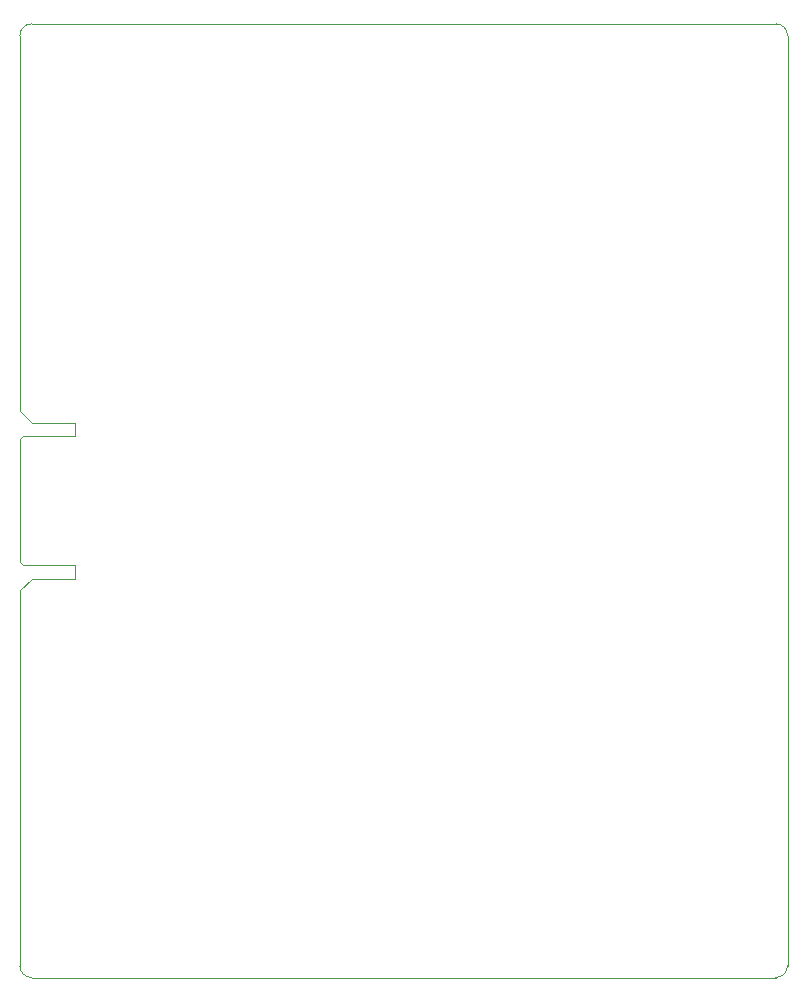
<source format=gm1>
G04 #@! TF.GenerationSoftware,KiCad,Pcbnew,7.0.10*
G04 #@! TF.CreationDate,2024-12-23T22:27:09-08:00*
G04 #@! TF.ProjectId,accessory_v2,61636365-7373-46f7-9279-5f76322e6b69,rev?*
G04 #@! TF.SameCoordinates,Original*
G04 #@! TF.FileFunction,Profile,NP*
%FSLAX46Y46*%
G04 Gerber Fmt 4.6, Leading zero omitted, Abs format (unit mm)*
G04 Created by KiCad (PCBNEW 7.0.10) date 2024-12-23 22:27:09*
%MOMM*%
%LPD*%
G01*
G04 APERTURE LIST*
G04 #@! TA.AperFunction,Profile*
%ADD10C,0.100000*%
G04 #@! TD*
G04 #@! TA.AperFunction,Profile*
%ADD11C,0.010000*%
G04 #@! TD*
G04 APERTURE END LIST*
D10*
X1000000Y0D02*
G75*
G03*
X0Y-1000000I0J-1000000D01*
G01*
X0Y-79750000D02*
G75*
G03*
X1000000Y-80750000I1000000J0D01*
G01*
X64000000Y-80750000D02*
G75*
G03*
X65000000Y-79750000I0J1000000D01*
G01*
X64000000Y-80750000D02*
X1000000Y-80750000D01*
X65000000Y-1000000D02*
G75*
G03*
X64000000Y0I-1000000J0D01*
G01*
X1000000Y0D02*
X64000000Y0D01*
X65000000Y-1000000D02*
X65000000Y-79750000D01*
X0Y-1000000D02*
X0Y-32775000D01*
X0Y-47975000D02*
X0Y-79750000D01*
D11*
X0Y-35175000D02*
X250000Y-34925000D01*
X0Y-45575000D02*
X0Y-35175000D01*
X0Y-45575000D02*
X250000Y-45825000D01*
X250000Y-34925000D02*
X4700000Y-34925000D01*
X1000000Y-33775000D02*
X0Y-32775000D01*
X1000000Y-46975000D02*
X0Y-47975000D01*
X4700000Y-33775000D02*
X1000000Y-33775000D01*
X4700000Y-34925000D02*
X4700000Y-33775000D01*
X4700000Y-45825000D02*
X250000Y-45825000D01*
X4700000Y-45825000D02*
X4700000Y-46975000D01*
X4700000Y-46975000D02*
X1000000Y-46975000D01*
M02*

</source>
